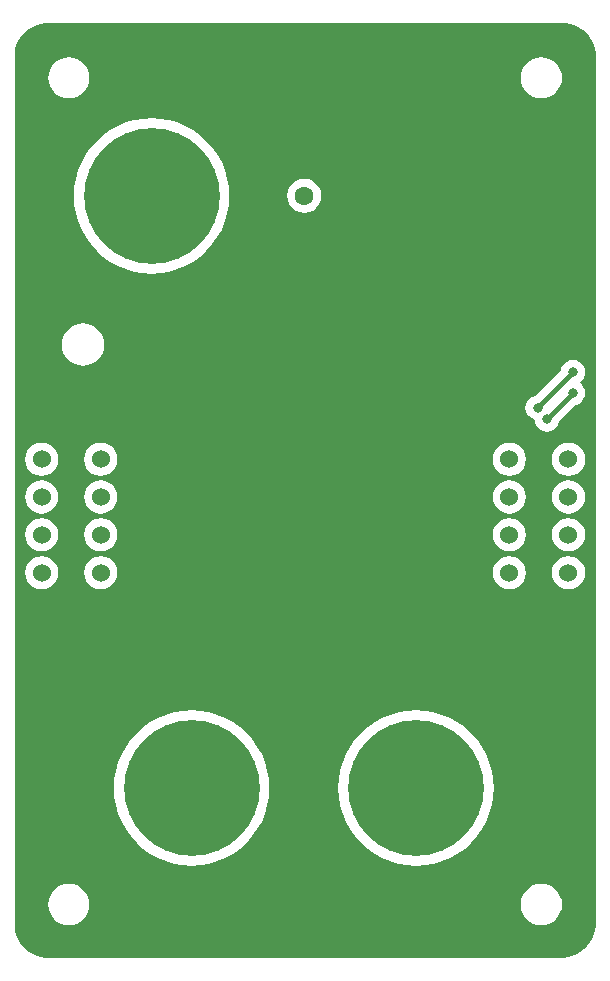
<source format=gbr>
%TF.GenerationSoftware,Altium Limited,Altium Designer,18.1.9 (240)*%
G04 Layer_Physical_Order=1*
G04 Layer_Color=255*
%FSLAX45Y45*%
%MOMM*%
%TF.FileFunction,Copper,L1,Top,Signal*%
%TF.Part,Single*%
G01*
G75*
%TA.AperFunction,Conductor*%
%ADD10C,0.38100*%
%ADD11C,3.81000*%
%TA.AperFunction,ComponentPad*%
%ADD12C,1.90000*%
%ADD13C,1.60000*%
%ADD14C,11.50000*%
%ADD15C,1.52400*%
%TA.AperFunction,ViaPad*%
%ADD16C,0.80000*%
G36*
X4740713Y7955336D02*
X4775227Y7946088D01*
X4808239Y7932414D01*
X4839183Y7914548D01*
X4867530Y7892796D01*
X4892796Y7867530D01*
X4914548Y7839182D01*
X4932413Y7808237D01*
X4946087Y7775225D01*
X4955334Y7740711D01*
X4959997Y7705286D01*
X4959997Y7687420D01*
X4959997Y7687420D01*
X4959999Y7687418D01*
X4959999Y339231D01*
X4959999Y320274D01*
X4955050Y282684D01*
X4945238Y246061D01*
X4930728Y211033D01*
X4911771Y178198D01*
X4888690Y148118D01*
X4861880Y121309D01*
X4831801Y98228D01*
X4798966Y79270D01*
X4763937Y64761D01*
X4727314Y54948D01*
X4689724Y50000D01*
X4670767Y50000D01*
X4670767Y50000D01*
X4670767Y50000D01*
X319062D01*
X300771Y49999D01*
X264503Y54774D01*
X229168Y64242D01*
X195371Y78241D01*
X163691Y96532D01*
X134669Y118801D01*
X108801Y144668D01*
X86532Y173690D01*
X68241Y205371D01*
X54242Y239167D01*
X44774Y274502D01*
X40000Y310771D01*
X40000Y329062D01*
X40000Y329062D01*
Y7685653D01*
X39999Y7703634D01*
X44694Y7739290D01*
X54002Y7774028D01*
X67764Y7807253D01*
X85746Y7838399D01*
X107639Y7866930D01*
X133069Y7892360D01*
X161600Y7914253D01*
X192745Y7932235D01*
X225971Y7945997D01*
X260709Y7955305D01*
X296364Y7959999D01*
X314346Y7959999D01*
X314346Y7960000D01*
X4687422Y7960000D01*
X4705288D01*
X4740713Y7955336D01*
D02*
G37*
%LPC*%
G36*
X4500002Y7674338D02*
X4465991Y7670988D01*
X4433286Y7661067D01*
X4403145Y7644957D01*
X4376726Y7623275D01*
X4355044Y7596856D01*
X4338934Y7566715D01*
X4329013Y7534010D01*
X4325663Y7499998D01*
X4329013Y7465987D01*
X4338934Y7433282D01*
X4355044Y7403141D01*
X4376726Y7376722D01*
X4403145Y7355040D01*
X4433286Y7338930D01*
X4465991Y7329009D01*
X4500002Y7325659D01*
X4534014Y7329009D01*
X4566719Y7338930D01*
X4596860Y7355040D01*
X4623279Y7376722D01*
X4644960Y7403141D01*
X4661071Y7433282D01*
X4670992Y7465987D01*
X4674342Y7499998D01*
X4670992Y7534010D01*
X4661071Y7566715D01*
X4644960Y7596856D01*
X4623279Y7623275D01*
X4596860Y7644957D01*
X4566719Y7661067D01*
X4534014Y7670988D01*
X4500002Y7674338D01*
D02*
G37*
G36*
X500000D02*
X465988Y7670988D01*
X433283Y7661067D01*
X403142Y7644957D01*
X376724Y7623275D01*
X355042Y7596856D01*
X338932Y7566715D01*
X329011Y7534010D01*
X325661Y7499998D01*
X329011Y7465987D01*
X338932Y7433282D01*
X355042Y7403141D01*
X376724Y7376722D01*
X403142Y7355040D01*
X433283Y7338930D01*
X465988Y7329009D01*
X500000Y7325659D01*
X534012Y7329009D01*
X566717Y7338930D01*
X596858Y7355040D01*
X623277Y7376722D01*
X644958Y7403141D01*
X661069Y7433282D01*
X670990Y7465987D01*
X674340Y7499998D01*
X670990Y7534010D01*
X661069Y7566715D01*
X644958Y7596856D01*
X623277Y7623275D01*
X596858Y7644957D01*
X566717Y7661067D01*
X534012Y7670988D01*
X500000Y7674338D01*
D02*
G37*
G36*
X2492802Y6645310D02*
X2455341Y6640378D01*
X2420433Y6625919D01*
X2390457Y6602917D01*
X2367455Y6572941D01*
X2352996Y6538033D01*
X2348064Y6500572D01*
X2352996Y6463111D01*
X2367455Y6428203D01*
X2390457Y6398227D01*
X2420433Y6375225D01*
X2455341Y6360766D01*
X2492802Y6355834D01*
X2530263Y6360766D01*
X2565171Y6375225D01*
X2595147Y6398227D01*
X2618149Y6428203D01*
X2632608Y6463111D01*
X2637540Y6500572D01*
X2632608Y6538033D01*
X2618149Y6572941D01*
X2595147Y6602917D01*
X2565171Y6625919D01*
X2530263Y6640378D01*
X2492802Y6645310D01*
D02*
G37*
G36*
X1200000Y7157866D02*
X1126342Y7153729D01*
X1053611Y7141372D01*
X982721Y7120948D01*
X914563Y7092716D01*
X849994Y7057031D01*
X789827Y7014340D01*
X734819Y6965181D01*
X685660Y6910172D01*
X642969Y6850006D01*
X607284Y6785437D01*
X579051Y6717279D01*
X558628Y6646389D01*
X546271Y6573657D01*
X542134Y6500000D01*
X546271Y6426342D01*
X558628Y6353611D01*
X579051Y6282721D01*
X607284Y6214563D01*
X642969Y6149994D01*
X685660Y6089828D01*
X734819Y6034819D01*
X789827Y5985660D01*
X849994Y5942969D01*
X914563Y5907284D01*
X982721Y5879051D01*
X1053611Y5858628D01*
X1126342Y5846271D01*
X1200000Y5842134D01*
X1273657Y5846271D01*
X1346389Y5858628D01*
X1417279Y5879051D01*
X1485437Y5907284D01*
X1550006Y5942969D01*
X1610172Y5985660D01*
X1665181Y6034819D01*
X1714340Y6089828D01*
X1757031Y6149994D01*
X1792716Y6214563D01*
X1820948Y6282721D01*
X1841371Y6353611D01*
X1853729Y6426342D01*
X1857865Y6500000D01*
X1853729Y6573657D01*
X1841371Y6646389D01*
X1820948Y6717279D01*
X1792716Y6785437D01*
X1757031Y6850006D01*
X1714340Y6910172D01*
X1665181Y6965181D01*
X1610172Y7014340D01*
X1550006Y7057031D01*
X1485437Y7092716D01*
X1417279Y7120948D01*
X1346389Y7141372D01*
X1273657Y7153729D01*
X1200000Y7157866D01*
D02*
G37*
G36*
X620000Y5419362D02*
X585008Y5415916D01*
X551361Y5405709D01*
X520351Y5389134D01*
X493171Y5366828D01*
X470865Y5339648D01*
X454290Y5308638D01*
X444083Y5274991D01*
X440636Y5239999D01*
X444083Y5205007D01*
X454290Y5171359D01*
X470865Y5140350D01*
X493171Y5113169D01*
X520351Y5090863D01*
X551361Y5074288D01*
X585008Y5064082D01*
X620000Y5060635D01*
X654992Y5064082D01*
X688639Y5074288D01*
X719649Y5090863D01*
X746829Y5113169D01*
X769135Y5140350D01*
X785710Y5171359D01*
X795917Y5205007D01*
X799364Y5239999D01*
X795917Y5274991D01*
X785710Y5308638D01*
X769135Y5339648D01*
X746829Y5366828D01*
X719649Y5389134D01*
X688639Y5405709D01*
X654992Y5415916D01*
X620000Y5419362D01*
D02*
G37*
G36*
X4767072Y5110479D02*
X4740053Y5106922D01*
X4714876Y5096493D01*
X4693255Y5079903D01*
X4676665Y5058282D01*
X4666236Y5033105D01*
X4664704Y5021469D01*
X4451330Y4808095D01*
X4442619Y4806948D01*
X4417442Y4796519D01*
X4395821Y4779929D01*
X4379231Y4758308D01*
X4368802Y4733131D01*
X4365245Y4706112D01*
X4368802Y4679093D01*
X4379231Y4653916D01*
X4395821Y4632295D01*
X4417442Y4615705D01*
X4442619Y4605276D01*
X4442866Y4605244D01*
X4446018Y4581303D01*
X4456447Y4556126D01*
X4473037Y4534505D01*
X4494658Y4517915D01*
X4519835Y4507486D01*
X4546854Y4503929D01*
X4573873Y4507486D01*
X4599050Y4517915D01*
X4620671Y4534505D01*
X4637261Y4556126D01*
X4647690Y4581303D01*
X4649222Y4592940D01*
X4784287Y4728004D01*
X4793583Y4729228D01*
X4818760Y4739657D01*
X4840381Y4756247D01*
X4856971Y4777868D01*
X4867400Y4803045D01*
X4870957Y4830064D01*
X4867400Y4857083D01*
X4856971Y4882260D01*
X4840381Y4903881D01*
X4830412Y4911530D01*
Y4924230D01*
X4840889Y4932269D01*
X4857479Y4953890D01*
X4867908Y4979067D01*
X4871465Y5006086D01*
X4867908Y5033105D01*
X4857479Y5058282D01*
X4840889Y5079903D01*
X4819268Y5096493D01*
X4794091Y5106922D01*
X4767072Y5110479D01*
D02*
G37*
G36*
X4730000Y4410906D02*
X4693531Y4406104D01*
X4659547Y4392028D01*
X4630365Y4369635D01*
X4607972Y4340453D01*
X4593896Y4306469D01*
X4589095Y4270000D01*
X4593896Y4233531D01*
X4607972Y4199547D01*
X4630365Y4170365D01*
X4659547Y4147972D01*
X4693531Y4133896D01*
X4730000Y4129095D01*
X4766469Y4133896D01*
X4800453Y4147972D01*
X4829636Y4170365D01*
X4852028Y4199547D01*
X4866104Y4233531D01*
X4870906Y4270000D01*
X4866104Y4306469D01*
X4852028Y4340453D01*
X4829636Y4369635D01*
X4800453Y4392028D01*
X4766469Y4406104D01*
X4730000Y4410906D01*
D02*
G37*
G36*
X4230000D02*
X4193531Y4406104D01*
X4159547Y4392028D01*
X4130365Y4369635D01*
X4107972Y4340453D01*
X4093896Y4306469D01*
X4089095Y4270000D01*
X4093896Y4233531D01*
X4107972Y4199547D01*
X4130365Y4170365D01*
X4159547Y4147972D01*
X4193531Y4133896D01*
X4230000Y4129095D01*
X4266469Y4133896D01*
X4300453Y4147972D01*
X4329635Y4170365D01*
X4352028Y4199547D01*
X4366104Y4233531D01*
X4370906Y4270000D01*
X4366104Y4306469D01*
X4352028Y4340453D01*
X4329635Y4369635D01*
X4300453Y4392028D01*
X4266469Y4406104D01*
X4230000Y4410906D01*
D02*
G37*
G36*
X770000D02*
X733531Y4406104D01*
X699547Y4392028D01*
X670365Y4369635D01*
X647972Y4340453D01*
X633896Y4306469D01*
X629094Y4270000D01*
X633896Y4233531D01*
X647972Y4199547D01*
X670365Y4170365D01*
X699547Y4147972D01*
X733531Y4133896D01*
X770000Y4129095D01*
X806469Y4133896D01*
X840453Y4147972D01*
X869635Y4170365D01*
X892028Y4199547D01*
X906104Y4233531D01*
X910905Y4270000D01*
X906104Y4306469D01*
X892028Y4340453D01*
X869635Y4369635D01*
X840453Y4392028D01*
X806469Y4406104D01*
X770000Y4410906D01*
D02*
G37*
G36*
X270000D02*
X233531Y4406104D01*
X199547Y4392028D01*
X170365Y4369635D01*
X147972Y4340453D01*
X133896Y4306469D01*
X129094Y4270000D01*
X133896Y4233531D01*
X147972Y4199547D01*
X170365Y4170365D01*
X199547Y4147972D01*
X233531Y4133896D01*
X270000Y4129095D01*
X306469Y4133896D01*
X340453Y4147972D01*
X369635Y4170365D01*
X392028Y4199547D01*
X406104Y4233531D01*
X410905Y4270000D01*
X406104Y4306469D01*
X392028Y4340453D01*
X369635Y4369635D01*
X340453Y4392028D01*
X306469Y4406104D01*
X270000Y4410906D01*
D02*
G37*
G36*
X4730000Y4090905D02*
X4693531Y4086104D01*
X4659547Y4072028D01*
X4630365Y4049635D01*
X4607972Y4020453D01*
X4593896Y3986469D01*
X4589095Y3950000D01*
X4593896Y3913531D01*
X4607972Y3879547D01*
X4630365Y3850365D01*
X4659547Y3827972D01*
X4693531Y3813896D01*
X4730000Y3809094D01*
X4766469Y3813896D01*
X4800453Y3827972D01*
X4829636Y3850365D01*
X4852028Y3879547D01*
X4866104Y3913531D01*
X4870906Y3950000D01*
X4866104Y3986469D01*
X4852028Y4020453D01*
X4829636Y4049635D01*
X4800453Y4072028D01*
X4766469Y4086104D01*
X4730000Y4090905D01*
D02*
G37*
G36*
X4230000D02*
X4193531Y4086104D01*
X4159547Y4072028D01*
X4130365Y4049635D01*
X4107972Y4020453D01*
X4093896Y3986469D01*
X4089095Y3950000D01*
X4093896Y3913531D01*
X4107972Y3879547D01*
X4130365Y3850365D01*
X4159547Y3827972D01*
X4193531Y3813896D01*
X4230000Y3809094D01*
X4266469Y3813896D01*
X4300453Y3827972D01*
X4329635Y3850365D01*
X4352028Y3879547D01*
X4366104Y3913531D01*
X4370906Y3950000D01*
X4366104Y3986469D01*
X4352028Y4020453D01*
X4329635Y4049635D01*
X4300453Y4072028D01*
X4266469Y4086104D01*
X4230000Y4090905D01*
D02*
G37*
G36*
X770000D02*
X733531Y4086104D01*
X699547Y4072028D01*
X670365Y4049635D01*
X647972Y4020453D01*
X633896Y3986469D01*
X629094Y3950000D01*
X633896Y3913531D01*
X647972Y3879547D01*
X670365Y3850365D01*
X699547Y3827972D01*
X733531Y3813896D01*
X770000Y3809094D01*
X806469Y3813896D01*
X840453Y3827972D01*
X869635Y3850365D01*
X892028Y3879547D01*
X906104Y3913531D01*
X910905Y3950000D01*
X906104Y3986469D01*
X892028Y4020453D01*
X869635Y4049635D01*
X840453Y4072028D01*
X806469Y4086104D01*
X770000Y4090905D01*
D02*
G37*
G36*
X270000D02*
X233531Y4086104D01*
X199547Y4072028D01*
X170365Y4049635D01*
X147972Y4020453D01*
X133896Y3986469D01*
X129094Y3950000D01*
X133896Y3913531D01*
X147972Y3879547D01*
X170365Y3850365D01*
X199547Y3827972D01*
X233531Y3813896D01*
X270000Y3809094D01*
X306469Y3813896D01*
X340453Y3827972D01*
X369635Y3850365D01*
X392028Y3879547D01*
X406104Y3913531D01*
X410905Y3950000D01*
X406104Y3986469D01*
X392028Y4020453D01*
X369635Y4049635D01*
X340453Y4072028D01*
X306469Y4086104D01*
X270000Y4090905D01*
D02*
G37*
G36*
X4730000Y3770905D02*
X4693531Y3766104D01*
X4659547Y3752028D01*
X4630365Y3729635D01*
X4607972Y3700453D01*
X4593896Y3666469D01*
X4589095Y3630000D01*
X4593896Y3593531D01*
X4607972Y3559547D01*
X4630365Y3530365D01*
X4659547Y3507972D01*
X4693531Y3493896D01*
X4730000Y3489094D01*
X4766469Y3493896D01*
X4800453Y3507972D01*
X4829636Y3530365D01*
X4852028Y3559547D01*
X4866104Y3593531D01*
X4870906Y3630000D01*
X4866104Y3666469D01*
X4852028Y3700453D01*
X4829636Y3729635D01*
X4800453Y3752028D01*
X4766469Y3766104D01*
X4730000Y3770905D01*
D02*
G37*
G36*
X4230000D02*
X4193531Y3766104D01*
X4159547Y3752028D01*
X4130365Y3729635D01*
X4107972Y3700453D01*
X4093896Y3666469D01*
X4089095Y3630000D01*
X4093896Y3593531D01*
X4107972Y3559547D01*
X4130365Y3530365D01*
X4159547Y3507972D01*
X4193531Y3493896D01*
X4230000Y3489094D01*
X4266469Y3493896D01*
X4300453Y3507972D01*
X4329635Y3530365D01*
X4352028Y3559547D01*
X4366104Y3593531D01*
X4370906Y3630000D01*
X4366104Y3666469D01*
X4352028Y3700453D01*
X4329635Y3729635D01*
X4300453Y3752028D01*
X4266469Y3766104D01*
X4230000Y3770905D01*
D02*
G37*
G36*
X770000D02*
X733531Y3766104D01*
X699547Y3752028D01*
X670365Y3729635D01*
X647972Y3700453D01*
X633896Y3666469D01*
X629094Y3630000D01*
X633896Y3593531D01*
X647972Y3559547D01*
X670365Y3530365D01*
X699547Y3507972D01*
X733531Y3493896D01*
X770000Y3489094D01*
X806469Y3493896D01*
X840453Y3507972D01*
X869635Y3530365D01*
X892028Y3559547D01*
X906104Y3593531D01*
X910905Y3630000D01*
X906104Y3666469D01*
X892028Y3700453D01*
X869635Y3729635D01*
X840453Y3752028D01*
X806469Y3766104D01*
X770000Y3770905D01*
D02*
G37*
G36*
X270000D02*
X233531Y3766104D01*
X199547Y3752028D01*
X170365Y3729635D01*
X147972Y3700453D01*
X133896Y3666469D01*
X129094Y3630000D01*
X133896Y3593531D01*
X147972Y3559547D01*
X170365Y3530365D01*
X199547Y3507972D01*
X233531Y3493896D01*
X270000Y3489094D01*
X306469Y3493896D01*
X340453Y3507972D01*
X369635Y3530365D01*
X392028Y3559547D01*
X406104Y3593531D01*
X410905Y3630000D01*
X406104Y3666469D01*
X392028Y3700453D01*
X369635Y3729635D01*
X340453Y3752028D01*
X306469Y3766104D01*
X270000Y3770905D01*
D02*
G37*
G36*
X4730000Y3450905D02*
X4693531Y3446104D01*
X4659547Y3432028D01*
X4630365Y3409635D01*
X4607972Y3380453D01*
X4593896Y3346469D01*
X4589095Y3310000D01*
X4593896Y3273531D01*
X4607972Y3239547D01*
X4630365Y3210365D01*
X4659547Y3187972D01*
X4693531Y3173896D01*
X4730000Y3169095D01*
X4766469Y3173896D01*
X4800453Y3187972D01*
X4829636Y3210365D01*
X4852028Y3239547D01*
X4866104Y3273531D01*
X4870906Y3310000D01*
X4866104Y3346469D01*
X4852028Y3380453D01*
X4829636Y3409635D01*
X4800453Y3432028D01*
X4766469Y3446104D01*
X4730000Y3450905D01*
D02*
G37*
G36*
X770000D02*
X733531Y3446104D01*
X699547Y3432028D01*
X670365Y3409635D01*
X647972Y3380453D01*
X633896Y3346469D01*
X629094Y3310000D01*
X633896Y3273531D01*
X647972Y3239547D01*
X670365Y3210365D01*
X699547Y3187972D01*
X733531Y3173896D01*
X770000Y3169095D01*
X806469Y3173896D01*
X840453Y3187972D01*
X869635Y3210365D01*
X892028Y3239547D01*
X906104Y3273531D01*
X910905Y3310000D01*
X906104Y3346469D01*
X892028Y3380453D01*
X869635Y3409635D01*
X840453Y3432028D01*
X806469Y3446104D01*
X770000Y3450905D01*
D02*
G37*
G36*
X4230000Y3450905D02*
X4193531Y3446104D01*
X4159547Y3432027D01*
X4130365Y3409635D01*
X4107972Y3380452D01*
X4093896Y3346469D01*
X4089095Y3310000D01*
X4093896Y3273531D01*
X4107972Y3239547D01*
X4130365Y3210364D01*
X4159547Y3187972D01*
X4193531Y3173896D01*
X4230000Y3169094D01*
X4266469Y3173896D01*
X4300453Y3187972D01*
X4329635Y3210364D01*
X4352028Y3239547D01*
X4366104Y3273531D01*
X4370906Y3310000D01*
X4366104Y3346469D01*
X4352028Y3380452D01*
X4329635Y3409635D01*
X4300453Y3432027D01*
X4266469Y3446104D01*
X4230000Y3450905D01*
D02*
G37*
G36*
X270000D02*
X233531Y3446104D01*
X199547Y3432027D01*
X170365Y3409635D01*
X147972Y3380452D01*
X133896Y3346469D01*
X129094Y3310000D01*
X133896Y3273531D01*
X147972Y3239547D01*
X170365Y3210364D01*
X199547Y3187972D01*
X233531Y3173896D01*
X270000Y3169094D01*
X306469Y3173896D01*
X340453Y3187972D01*
X369635Y3210364D01*
X392028Y3239547D01*
X406104Y3273531D01*
X410905Y3310000D01*
X406104Y3346469D01*
X392028Y3380452D01*
X369635Y3409635D01*
X340453Y3432027D01*
X306469Y3446104D01*
X270000Y3450905D01*
D02*
G37*
G36*
X3440000Y2144866D02*
X3366343Y2140729D01*
X3293611Y2128372D01*
X3222721Y2107949D01*
X3154563Y2079716D01*
X3089994Y2044031D01*
X3029828Y2001340D01*
X2974819Y1952181D01*
X2925660Y1897172D01*
X2882969Y1837006D01*
X2847284Y1772437D01*
X2819052Y1704279D01*
X2798628Y1633389D01*
X2786271Y1560658D01*
X2782134Y1487000D01*
X2786271Y1413343D01*
X2798628Y1340611D01*
X2819052Y1269721D01*
X2847284Y1201563D01*
X2882969Y1136994D01*
X2925660Y1076828D01*
X2974819Y1021819D01*
X3029828Y972660D01*
X3089994Y929969D01*
X3154563Y894284D01*
X3222721Y866052D01*
X3293611Y845628D01*
X3366343Y833271D01*
X3440000Y829134D01*
X3513657Y833271D01*
X3586389Y845628D01*
X3657279Y866052D01*
X3725437Y894284D01*
X3790006Y929969D01*
X3850172Y972660D01*
X3905181Y1021819D01*
X3954340Y1076828D01*
X3997031Y1136994D01*
X4032716Y1201563D01*
X4060948Y1269721D01*
X4081372Y1340611D01*
X4093729Y1413343D01*
X4097866Y1487000D01*
X4093729Y1560658D01*
X4081372Y1633389D01*
X4060948Y1704279D01*
X4032716Y1772437D01*
X3997031Y1837006D01*
X3954340Y1897172D01*
X3905181Y1952181D01*
X3850172Y2001340D01*
X3790006Y2044031D01*
X3725437Y2079716D01*
X3657279Y2107949D01*
X3586389Y2128372D01*
X3513657Y2140729D01*
X3440000Y2144866D01*
D02*
G37*
G36*
X1540000D02*
X1466343Y2140729D01*
X1393611Y2128372D01*
X1322721Y2107949D01*
X1254563Y2079716D01*
X1189994Y2044031D01*
X1129828Y2001340D01*
X1074819Y1952181D01*
X1025660Y1897172D01*
X982969Y1837006D01*
X947284Y1772437D01*
X919052Y1704279D01*
X898628Y1633389D01*
X886271Y1560658D01*
X882134Y1487000D01*
X886271Y1413343D01*
X898628Y1340611D01*
X919052Y1269721D01*
X947284Y1201563D01*
X982969Y1136994D01*
X1025660Y1076828D01*
X1074819Y1021819D01*
X1129828Y972660D01*
X1189994Y929969D01*
X1254563Y894284D01*
X1322721Y866052D01*
X1393611Y845628D01*
X1466343Y833271D01*
X1540000Y829134D01*
X1613657Y833271D01*
X1686389Y845628D01*
X1757279Y866052D01*
X1825437Y894284D01*
X1890006Y929969D01*
X1950172Y972660D01*
X2005181Y1021819D01*
X2054340Y1076828D01*
X2097031Y1136994D01*
X2132716Y1201563D01*
X2160948Y1269721D01*
X2181372Y1340611D01*
X2193729Y1413343D01*
X2197866Y1487000D01*
X2193729Y1560658D01*
X2181372Y1633389D01*
X2160948Y1704279D01*
X2132716Y1772437D01*
X2097031Y1837006D01*
X2054340Y1897172D01*
X2005181Y1952181D01*
X1950172Y2001340D01*
X1890006Y2044031D01*
X1825437Y2079716D01*
X1757279Y2107949D01*
X1686389Y2128372D01*
X1613657Y2140729D01*
X1540000Y2144866D01*
D02*
G37*
G36*
X4500002Y674342D02*
X4465991Y670992D01*
X4433286Y661071D01*
X4403145Y644960D01*
X4376726Y623279D01*
X4355044Y596860D01*
X4338934Y566719D01*
X4329013Y534014D01*
X4325663Y500002D01*
X4329013Y465990D01*
X4338934Y433285D01*
X4355044Y403144D01*
X4376726Y376726D01*
X4403145Y355044D01*
X4433286Y338934D01*
X4465991Y329013D01*
X4500002Y325663D01*
X4534014Y329013D01*
X4566719Y338934D01*
X4596860Y355044D01*
X4623279Y376726D01*
X4644960Y403144D01*
X4661071Y433285D01*
X4670992Y465990D01*
X4674342Y500002D01*
X4670992Y534014D01*
X4661071Y566719D01*
X4644960Y596860D01*
X4623279Y623279D01*
X4596860Y644960D01*
X4566719Y661071D01*
X4534014Y670992D01*
X4500002Y674342D01*
D02*
G37*
G36*
X500000D02*
X465988Y670992D01*
X433283Y661071D01*
X403142Y644960D01*
X376724Y623279D01*
X355042Y596860D01*
X338932Y566719D01*
X329011Y534014D01*
X325661Y500002D01*
X329011Y465990D01*
X338932Y433285D01*
X355042Y403144D01*
X376724Y376726D01*
X403142Y355044D01*
X433283Y338934D01*
X465988Y329013D01*
X500000Y325663D01*
X534012Y329013D01*
X566717Y338934D01*
X596858Y355044D01*
X623277Y376726D01*
X644958Y403144D01*
X661069Y433285D01*
X670990Y465990D01*
X674340Y500002D01*
X670990Y534014D01*
X661069Y566719D01*
X644958Y596860D01*
X623277Y623279D01*
X596858Y644960D01*
X566717Y661071D01*
X534012Y670992D01*
X500000Y674342D01*
D02*
G37*
%LPD*%
D10*
X4465826Y4704840D02*
X4767072Y5006086D01*
X4464844Y4704840D02*
X4468144Y4701540D01*
X4464844Y4704840D02*
X4465826D01*
X4546854Y4608322D02*
X4766564Y4828032D01*
Y4830064D01*
X4469638Y4703034D02*
Y4706112D01*
X4468144Y4701540D02*
X4469638Y4703034D01*
X4766090Y5006086D02*
X4767072D01*
X4710172Y4270002D02*
X4729999D01*
D11*
X3429001Y1505456D02*
X3446019D01*
D12*
X2997802Y5995572D02*
D03*
Y7005572D02*
D03*
X1987802D02*
D03*
Y5995572D02*
D03*
D13*
X2492802Y6500572D02*
D03*
D14*
X1539998Y1487001D02*
D03*
X1199999Y6500000D02*
D03*
X3439999Y1487001D02*
D03*
X3786999Y6500000D02*
D03*
D15*
X4230000Y4270000D02*
D03*
Y3950000D02*
D03*
Y3630000D02*
D03*
Y3310000D02*
D03*
X4730000Y3310000D02*
D03*
Y3630000D02*
D03*
Y3950000D02*
D03*
Y4270000D02*
D03*
X270000D02*
D03*
Y3950000D02*
D03*
Y3630000D02*
D03*
Y3310000D02*
D03*
X770000Y3310000D02*
D03*
Y3630000D02*
D03*
Y3950000D02*
D03*
Y4270000D02*
D03*
D16*
X4766564Y4830064D02*
D03*
X4469638Y4706112D02*
D03*
X4546854Y4608322D02*
D03*
X4767072Y5006086D02*
D03*
%TF.MD5,ebb2cafebf7f6783e41e5e7ae5993327*%
M02*

</source>
